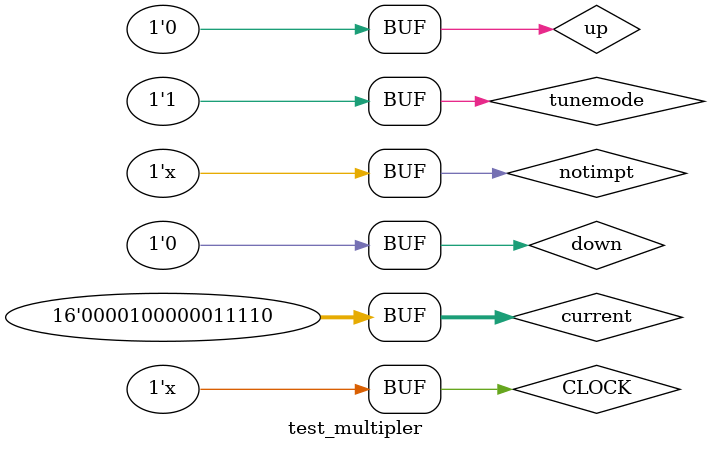
<source format=v>
`timescale 1ns / 1ps


module test_multipler(

    );
    
 reg CLOCK;
    reg notimpt;
    reg [15:0] current;
    reg tunemode, up, down;
    
    
    wire [15:0] peak;
   
    wire [6:0] left,mode;
    wire [6:0] right;
    wire [5:0] level;
    
    tuning1 test(notimpt,CLOCK, current, tunemode, up, down, mode,left, right, peak, level);
    initial begin
        
        notimpt = 0;
        CLOCK = 0;
        tunemode = 0; #100;
        tunemode = 1;
        current = 0; #10;
        current = 2078;

    
        
     
    end
    
    
     always begin
           #5 CLOCK = ~CLOCK;
           #5 notimpt = ~notimpt;
 
             
      end 
    
    always begin

         up = 0; #100;
         up = 1; #100;
         up = 0; #100;
         down = 0; #100;
         down = 1; #100;
         down = 0; #100;
           
    end
            
    //always begin
    //  #50 pushbutton = 1;
    //end
endmodule


</source>
